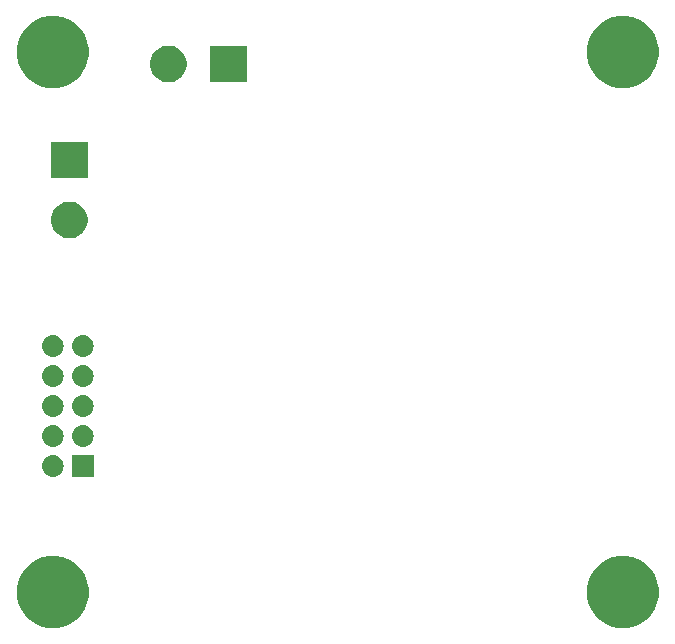
<source format=gbr>
G04 #@! TF.GenerationSoftware,KiCad,Pcbnew,5.0.2-bee76a0~70~ubuntu18.04.1*
G04 #@! TF.CreationDate,2019-05-14T19:54:41+02:00*
G04 #@! TF.ProjectId,support_board,73757070-6f72-4745-9f62-6f6172642e6b,rev?*
G04 #@! TF.SameCoordinates,Original*
G04 #@! TF.FileFunction,Soldermask,Bot*
G04 #@! TF.FilePolarity,Negative*
%FSLAX46Y46*%
G04 Gerber Fmt 4.6, Leading zero omitted, Abs format (unit mm)*
G04 Created by KiCad (PCBNEW 5.0.2-bee76a0~70~ubuntu18.04.1) date Út 14. května 2019, 19:54:41 CEST*
%MOMM*%
%LPD*%
G01*
G04 APERTURE LIST*
%ADD10C,0.100000*%
G04 APERTURE END LIST*
D10*
G36*
X172212941Y-116446248D02*
X172212943Y-116446249D01*
X172212944Y-116446249D01*
X172768190Y-116676239D01*
X172768191Y-116676240D01*
X173267902Y-117010136D01*
X173692864Y-117435098D01*
X173692866Y-117435101D01*
X174026761Y-117934810D01*
X174256751Y-118490056D01*
X174374000Y-119079503D01*
X174374000Y-119680497D01*
X174256751Y-120269944D01*
X174026761Y-120825190D01*
X174026760Y-120825191D01*
X173692864Y-121324902D01*
X173267902Y-121749864D01*
X173267899Y-121749866D01*
X172768190Y-122083761D01*
X172212944Y-122313751D01*
X172212943Y-122313751D01*
X172212941Y-122313752D01*
X171623499Y-122431000D01*
X171022501Y-122431000D01*
X170433059Y-122313752D01*
X170433057Y-122313751D01*
X170433056Y-122313751D01*
X169877810Y-122083761D01*
X169378101Y-121749866D01*
X169378098Y-121749864D01*
X168953136Y-121324902D01*
X168619240Y-120825191D01*
X168619239Y-120825190D01*
X168389249Y-120269944D01*
X168272000Y-119680497D01*
X168272000Y-119079503D01*
X168389249Y-118490056D01*
X168619239Y-117934810D01*
X168953134Y-117435101D01*
X168953136Y-117435098D01*
X169378098Y-117010136D01*
X169877809Y-116676240D01*
X169877810Y-116676239D01*
X170433056Y-116446249D01*
X170433057Y-116446249D01*
X170433059Y-116446248D01*
X171022501Y-116329000D01*
X171623499Y-116329000D01*
X172212941Y-116446248D01*
X172212941Y-116446248D01*
G37*
G36*
X123952941Y-116446248D02*
X123952943Y-116446249D01*
X123952944Y-116446249D01*
X124508190Y-116676239D01*
X124508191Y-116676240D01*
X125007902Y-117010136D01*
X125432864Y-117435098D01*
X125432866Y-117435101D01*
X125766761Y-117934810D01*
X125996751Y-118490056D01*
X126114000Y-119079503D01*
X126114000Y-119680497D01*
X125996751Y-120269944D01*
X125766761Y-120825190D01*
X125766760Y-120825191D01*
X125432864Y-121324902D01*
X125007902Y-121749864D01*
X125007899Y-121749866D01*
X124508190Y-122083761D01*
X123952944Y-122313751D01*
X123952943Y-122313751D01*
X123952941Y-122313752D01*
X123363499Y-122431000D01*
X122762501Y-122431000D01*
X122173059Y-122313752D01*
X122173057Y-122313751D01*
X122173056Y-122313751D01*
X121617810Y-122083761D01*
X121118101Y-121749866D01*
X121118098Y-121749864D01*
X120693136Y-121324902D01*
X120359240Y-120825191D01*
X120359239Y-120825190D01*
X120129249Y-120269944D01*
X120012000Y-119680497D01*
X120012000Y-119079503D01*
X120129249Y-118490056D01*
X120359239Y-117934810D01*
X120693134Y-117435101D01*
X120693136Y-117435098D01*
X121118098Y-117010136D01*
X121617809Y-116676240D01*
X121617810Y-116676239D01*
X122173056Y-116446249D01*
X122173057Y-116446249D01*
X122173059Y-116446248D01*
X122762501Y-116329000D01*
X123363499Y-116329000D01*
X123952941Y-116446248D01*
X123952941Y-116446248D01*
G37*
G36*
X123242294Y-107810633D02*
X123414694Y-107862931D01*
X123414696Y-107862932D01*
X123573583Y-107947859D01*
X123573585Y-107947860D01*
X123573584Y-107947860D01*
X123712849Y-108062151D01*
X123827140Y-108201416D01*
X123912069Y-108360306D01*
X123964367Y-108532706D01*
X123982025Y-108712000D01*
X123964367Y-108891294D01*
X123912069Y-109063694D01*
X123912068Y-109063696D01*
X123827141Y-109222583D01*
X123712849Y-109361849D01*
X123573583Y-109476141D01*
X123414696Y-109561068D01*
X123414694Y-109561069D01*
X123242294Y-109613367D01*
X123107931Y-109626600D01*
X123018069Y-109626600D01*
X122883706Y-109613367D01*
X122711306Y-109561069D01*
X122711304Y-109561068D01*
X122552417Y-109476141D01*
X122413151Y-109361849D01*
X122298859Y-109222583D01*
X122213932Y-109063696D01*
X122213931Y-109063694D01*
X122161633Y-108891294D01*
X122143975Y-108712000D01*
X122161633Y-108532706D01*
X122213931Y-108360306D01*
X122298860Y-108201416D01*
X122413151Y-108062151D01*
X122552416Y-107947860D01*
X122552415Y-107947860D01*
X122552417Y-107947859D01*
X122711304Y-107862932D01*
X122711306Y-107862931D01*
X122883706Y-107810633D01*
X123018069Y-107797400D01*
X123107931Y-107797400D01*
X123242294Y-107810633D01*
X123242294Y-107810633D01*
G37*
G36*
X126517600Y-109626600D02*
X124688400Y-109626600D01*
X124688400Y-107797400D01*
X126517600Y-107797400D01*
X126517600Y-109626600D01*
X126517600Y-109626600D01*
G37*
G36*
X125782294Y-105270633D02*
X125954694Y-105322931D01*
X125954696Y-105322932D01*
X126113583Y-105407859D01*
X126113585Y-105407860D01*
X126113584Y-105407860D01*
X126252849Y-105522151D01*
X126367140Y-105661416D01*
X126452069Y-105820306D01*
X126504367Y-105992706D01*
X126522025Y-106172000D01*
X126504367Y-106351294D01*
X126452069Y-106523694D01*
X126452068Y-106523696D01*
X126367141Y-106682583D01*
X126252849Y-106821849D01*
X126113583Y-106936141D01*
X125954696Y-107021068D01*
X125954694Y-107021069D01*
X125782294Y-107073367D01*
X125647931Y-107086600D01*
X125558069Y-107086600D01*
X125423706Y-107073367D01*
X125251306Y-107021069D01*
X125251304Y-107021068D01*
X125092417Y-106936141D01*
X124953151Y-106821849D01*
X124838859Y-106682583D01*
X124753932Y-106523696D01*
X124753931Y-106523694D01*
X124701633Y-106351294D01*
X124683975Y-106172000D01*
X124701633Y-105992706D01*
X124753931Y-105820306D01*
X124838860Y-105661416D01*
X124953151Y-105522151D01*
X125092416Y-105407860D01*
X125092415Y-105407860D01*
X125092417Y-105407859D01*
X125251304Y-105322932D01*
X125251306Y-105322931D01*
X125423706Y-105270633D01*
X125558069Y-105257400D01*
X125647931Y-105257400D01*
X125782294Y-105270633D01*
X125782294Y-105270633D01*
G37*
G36*
X123242294Y-105270633D02*
X123414694Y-105322931D01*
X123414696Y-105322932D01*
X123573583Y-105407859D01*
X123573585Y-105407860D01*
X123573584Y-105407860D01*
X123712849Y-105522151D01*
X123827140Y-105661416D01*
X123912069Y-105820306D01*
X123964367Y-105992706D01*
X123982025Y-106172000D01*
X123964367Y-106351294D01*
X123912069Y-106523694D01*
X123912068Y-106523696D01*
X123827141Y-106682583D01*
X123712849Y-106821849D01*
X123573583Y-106936141D01*
X123414696Y-107021068D01*
X123414694Y-107021069D01*
X123242294Y-107073367D01*
X123107931Y-107086600D01*
X123018069Y-107086600D01*
X122883706Y-107073367D01*
X122711306Y-107021069D01*
X122711304Y-107021068D01*
X122552417Y-106936141D01*
X122413151Y-106821849D01*
X122298859Y-106682583D01*
X122213932Y-106523696D01*
X122213931Y-106523694D01*
X122161633Y-106351294D01*
X122143975Y-106172000D01*
X122161633Y-105992706D01*
X122213931Y-105820306D01*
X122298860Y-105661416D01*
X122413151Y-105522151D01*
X122552416Y-105407860D01*
X122552415Y-105407860D01*
X122552417Y-105407859D01*
X122711304Y-105322932D01*
X122711306Y-105322931D01*
X122883706Y-105270633D01*
X123018069Y-105257400D01*
X123107931Y-105257400D01*
X123242294Y-105270633D01*
X123242294Y-105270633D01*
G37*
G36*
X125782294Y-102730633D02*
X125954694Y-102782931D01*
X125954696Y-102782932D01*
X126113583Y-102867859D01*
X126113585Y-102867860D01*
X126113584Y-102867860D01*
X126252849Y-102982151D01*
X126367140Y-103121416D01*
X126452069Y-103280306D01*
X126504367Y-103452706D01*
X126522025Y-103632000D01*
X126504367Y-103811294D01*
X126452069Y-103983694D01*
X126452068Y-103983696D01*
X126367141Y-104142583D01*
X126252849Y-104281849D01*
X126113583Y-104396141D01*
X125954696Y-104481068D01*
X125954694Y-104481069D01*
X125782294Y-104533367D01*
X125647931Y-104546600D01*
X125558069Y-104546600D01*
X125423706Y-104533367D01*
X125251306Y-104481069D01*
X125251304Y-104481068D01*
X125092417Y-104396141D01*
X124953151Y-104281849D01*
X124838859Y-104142583D01*
X124753932Y-103983696D01*
X124753931Y-103983694D01*
X124701633Y-103811294D01*
X124683975Y-103632000D01*
X124701633Y-103452706D01*
X124753931Y-103280306D01*
X124838860Y-103121416D01*
X124953151Y-102982151D01*
X125092416Y-102867860D01*
X125092415Y-102867860D01*
X125092417Y-102867859D01*
X125251304Y-102782932D01*
X125251306Y-102782931D01*
X125423706Y-102730633D01*
X125558069Y-102717400D01*
X125647931Y-102717400D01*
X125782294Y-102730633D01*
X125782294Y-102730633D01*
G37*
G36*
X123242294Y-102730633D02*
X123414694Y-102782931D01*
X123414696Y-102782932D01*
X123573583Y-102867859D01*
X123573585Y-102867860D01*
X123573584Y-102867860D01*
X123712849Y-102982151D01*
X123827140Y-103121416D01*
X123912069Y-103280306D01*
X123964367Y-103452706D01*
X123982025Y-103632000D01*
X123964367Y-103811294D01*
X123912069Y-103983694D01*
X123912068Y-103983696D01*
X123827141Y-104142583D01*
X123712849Y-104281849D01*
X123573583Y-104396141D01*
X123414696Y-104481068D01*
X123414694Y-104481069D01*
X123242294Y-104533367D01*
X123107931Y-104546600D01*
X123018069Y-104546600D01*
X122883706Y-104533367D01*
X122711306Y-104481069D01*
X122711304Y-104481068D01*
X122552417Y-104396141D01*
X122413151Y-104281849D01*
X122298859Y-104142583D01*
X122213932Y-103983696D01*
X122213931Y-103983694D01*
X122161633Y-103811294D01*
X122143975Y-103632000D01*
X122161633Y-103452706D01*
X122213931Y-103280306D01*
X122298860Y-103121416D01*
X122413151Y-102982151D01*
X122552416Y-102867860D01*
X122552415Y-102867860D01*
X122552417Y-102867859D01*
X122711304Y-102782932D01*
X122711306Y-102782931D01*
X122883706Y-102730633D01*
X123018069Y-102717400D01*
X123107931Y-102717400D01*
X123242294Y-102730633D01*
X123242294Y-102730633D01*
G37*
G36*
X125782294Y-100190633D02*
X125954694Y-100242931D01*
X125954696Y-100242932D01*
X126113583Y-100327859D01*
X126113585Y-100327860D01*
X126113584Y-100327860D01*
X126252849Y-100442151D01*
X126367140Y-100581416D01*
X126452069Y-100740306D01*
X126504367Y-100912706D01*
X126522025Y-101092000D01*
X126504367Y-101271294D01*
X126452069Y-101443694D01*
X126452068Y-101443696D01*
X126367141Y-101602583D01*
X126252849Y-101741849D01*
X126113583Y-101856141D01*
X125954696Y-101941068D01*
X125954694Y-101941069D01*
X125782294Y-101993367D01*
X125647931Y-102006600D01*
X125558069Y-102006600D01*
X125423706Y-101993367D01*
X125251306Y-101941069D01*
X125251304Y-101941068D01*
X125092417Y-101856141D01*
X124953151Y-101741849D01*
X124838859Y-101602583D01*
X124753932Y-101443696D01*
X124753931Y-101443694D01*
X124701633Y-101271294D01*
X124683975Y-101092000D01*
X124701633Y-100912706D01*
X124753931Y-100740306D01*
X124838860Y-100581416D01*
X124953151Y-100442151D01*
X125092416Y-100327860D01*
X125092415Y-100327860D01*
X125092417Y-100327859D01*
X125251304Y-100242932D01*
X125251306Y-100242931D01*
X125423706Y-100190633D01*
X125558069Y-100177400D01*
X125647931Y-100177400D01*
X125782294Y-100190633D01*
X125782294Y-100190633D01*
G37*
G36*
X123242294Y-100190633D02*
X123414694Y-100242931D01*
X123414696Y-100242932D01*
X123573583Y-100327859D01*
X123573585Y-100327860D01*
X123573584Y-100327860D01*
X123712849Y-100442151D01*
X123827140Y-100581416D01*
X123912069Y-100740306D01*
X123964367Y-100912706D01*
X123982025Y-101092000D01*
X123964367Y-101271294D01*
X123912069Y-101443694D01*
X123912068Y-101443696D01*
X123827141Y-101602583D01*
X123712849Y-101741849D01*
X123573583Y-101856141D01*
X123414696Y-101941068D01*
X123414694Y-101941069D01*
X123242294Y-101993367D01*
X123107931Y-102006600D01*
X123018069Y-102006600D01*
X122883706Y-101993367D01*
X122711306Y-101941069D01*
X122711304Y-101941068D01*
X122552417Y-101856141D01*
X122413151Y-101741849D01*
X122298859Y-101602583D01*
X122213932Y-101443696D01*
X122213931Y-101443694D01*
X122161633Y-101271294D01*
X122143975Y-101092000D01*
X122161633Y-100912706D01*
X122213931Y-100740306D01*
X122298860Y-100581416D01*
X122413151Y-100442151D01*
X122552416Y-100327860D01*
X122552415Y-100327860D01*
X122552417Y-100327859D01*
X122711304Y-100242932D01*
X122711306Y-100242931D01*
X122883706Y-100190633D01*
X123018069Y-100177400D01*
X123107931Y-100177400D01*
X123242294Y-100190633D01*
X123242294Y-100190633D01*
G37*
G36*
X123242294Y-97650633D02*
X123414694Y-97702931D01*
X123414696Y-97702932D01*
X123573583Y-97787859D01*
X123573585Y-97787860D01*
X123573584Y-97787860D01*
X123712849Y-97902151D01*
X123827140Y-98041416D01*
X123912069Y-98200306D01*
X123964367Y-98372706D01*
X123982025Y-98552000D01*
X123964367Y-98731294D01*
X123912069Y-98903694D01*
X123912068Y-98903696D01*
X123827141Y-99062583D01*
X123712849Y-99201849D01*
X123573583Y-99316141D01*
X123414696Y-99401068D01*
X123414694Y-99401069D01*
X123242294Y-99453367D01*
X123107931Y-99466600D01*
X123018069Y-99466600D01*
X122883706Y-99453367D01*
X122711306Y-99401069D01*
X122711304Y-99401068D01*
X122552417Y-99316141D01*
X122413151Y-99201849D01*
X122298859Y-99062583D01*
X122213932Y-98903696D01*
X122213931Y-98903694D01*
X122161633Y-98731294D01*
X122143975Y-98552000D01*
X122161633Y-98372706D01*
X122213931Y-98200306D01*
X122298860Y-98041416D01*
X122413151Y-97902151D01*
X122552416Y-97787860D01*
X122552415Y-97787860D01*
X122552417Y-97787859D01*
X122711304Y-97702932D01*
X122711306Y-97702931D01*
X122883706Y-97650633D01*
X123018069Y-97637400D01*
X123107931Y-97637400D01*
X123242294Y-97650633D01*
X123242294Y-97650633D01*
G37*
G36*
X125782294Y-97650633D02*
X125954694Y-97702931D01*
X125954696Y-97702932D01*
X126113583Y-97787859D01*
X126113585Y-97787860D01*
X126113584Y-97787860D01*
X126252849Y-97902151D01*
X126367140Y-98041416D01*
X126452069Y-98200306D01*
X126504367Y-98372706D01*
X126522025Y-98552000D01*
X126504367Y-98731294D01*
X126452069Y-98903694D01*
X126452068Y-98903696D01*
X126367141Y-99062583D01*
X126252849Y-99201849D01*
X126113583Y-99316141D01*
X125954696Y-99401068D01*
X125954694Y-99401069D01*
X125782294Y-99453367D01*
X125647931Y-99466600D01*
X125558069Y-99466600D01*
X125423706Y-99453367D01*
X125251306Y-99401069D01*
X125251304Y-99401068D01*
X125092417Y-99316141D01*
X124953151Y-99201849D01*
X124838859Y-99062583D01*
X124753932Y-98903696D01*
X124753931Y-98903694D01*
X124701633Y-98731294D01*
X124683975Y-98552000D01*
X124701633Y-98372706D01*
X124753931Y-98200306D01*
X124838860Y-98041416D01*
X124953151Y-97902151D01*
X125092416Y-97787860D01*
X125092415Y-97787860D01*
X125092417Y-97787859D01*
X125251304Y-97702932D01*
X125251306Y-97702931D01*
X125423706Y-97650633D01*
X125558069Y-97637400D01*
X125647931Y-97637400D01*
X125782294Y-97650633D01*
X125782294Y-97650633D01*
G37*
G36*
X124812527Y-86372736D02*
X124912410Y-86392604D01*
X125194674Y-86509521D01*
X125448705Y-86679259D01*
X125664741Y-86895295D01*
X125834479Y-87149326D01*
X125951396Y-87431590D01*
X126011000Y-87731240D01*
X126011000Y-88036760D01*
X125951396Y-88336410D01*
X125834479Y-88618674D01*
X125664741Y-88872705D01*
X125448705Y-89088741D01*
X125194674Y-89258479D01*
X124912410Y-89375396D01*
X124812527Y-89395264D01*
X124612762Y-89435000D01*
X124307238Y-89435000D01*
X124107473Y-89395264D01*
X124007590Y-89375396D01*
X123725326Y-89258479D01*
X123471295Y-89088741D01*
X123255259Y-88872705D01*
X123085521Y-88618674D01*
X122968604Y-88336410D01*
X122909000Y-88036760D01*
X122909000Y-87731240D01*
X122968604Y-87431590D01*
X123085521Y-87149326D01*
X123255259Y-86895295D01*
X123471295Y-86679259D01*
X123725326Y-86509521D01*
X124007590Y-86392604D01*
X124107473Y-86372736D01*
X124307238Y-86333000D01*
X124612762Y-86333000D01*
X124812527Y-86372736D01*
X124812527Y-86372736D01*
G37*
G36*
X126011000Y-84355000D02*
X122909000Y-84355000D01*
X122909000Y-81253000D01*
X126011000Y-81253000D01*
X126011000Y-84355000D01*
X126011000Y-84355000D01*
G37*
G36*
X123952941Y-70726248D02*
X123952943Y-70726249D01*
X123952944Y-70726249D01*
X124508190Y-70956239D01*
X124508191Y-70956240D01*
X125007902Y-71290136D01*
X125432864Y-71715098D01*
X125432866Y-71715101D01*
X125766761Y-72214810D01*
X125996751Y-72770056D01*
X125996752Y-72770059D01*
X126114000Y-73359501D01*
X126114000Y-73960499D01*
X126002064Y-74523238D01*
X125996751Y-74549944D01*
X125766761Y-75105190D01*
X125751246Y-75128410D01*
X125432864Y-75604902D01*
X125007902Y-76029864D01*
X125007899Y-76029866D01*
X124508190Y-76363761D01*
X123952944Y-76593751D01*
X123952943Y-76593751D01*
X123952941Y-76593752D01*
X123363499Y-76711000D01*
X122762501Y-76711000D01*
X122173059Y-76593752D01*
X122173057Y-76593751D01*
X122173056Y-76593751D01*
X121617810Y-76363761D01*
X121118101Y-76029866D01*
X121118098Y-76029864D01*
X120693136Y-75604902D01*
X120374754Y-75128410D01*
X120359239Y-75105190D01*
X120129249Y-74549944D01*
X120123937Y-74523238D01*
X120012000Y-73960499D01*
X120012000Y-73359501D01*
X120129248Y-72770059D01*
X120129249Y-72770056D01*
X120359239Y-72214810D01*
X120693134Y-71715101D01*
X120693136Y-71715098D01*
X121118098Y-71290136D01*
X121617809Y-70956240D01*
X121617810Y-70956239D01*
X122173056Y-70726249D01*
X122173057Y-70726249D01*
X122173059Y-70726248D01*
X122762501Y-70609000D01*
X123363499Y-70609000D01*
X123952941Y-70726248D01*
X123952941Y-70726248D01*
G37*
G36*
X172212941Y-70726248D02*
X172212943Y-70726249D01*
X172212944Y-70726249D01*
X172768190Y-70956239D01*
X172768191Y-70956240D01*
X173267902Y-71290136D01*
X173692864Y-71715098D01*
X173692866Y-71715101D01*
X174026761Y-72214810D01*
X174256751Y-72770056D01*
X174256752Y-72770059D01*
X174374000Y-73359501D01*
X174374000Y-73960499D01*
X174262064Y-74523238D01*
X174256751Y-74549944D01*
X174026761Y-75105190D01*
X174011246Y-75128410D01*
X173692864Y-75604902D01*
X173267902Y-76029864D01*
X173267899Y-76029866D01*
X172768190Y-76363761D01*
X172212944Y-76593751D01*
X172212943Y-76593751D01*
X172212941Y-76593752D01*
X171623499Y-76711000D01*
X171022501Y-76711000D01*
X170433059Y-76593752D01*
X170433057Y-76593751D01*
X170433056Y-76593751D01*
X169877810Y-76363761D01*
X169378101Y-76029866D01*
X169378098Y-76029864D01*
X168953136Y-75604902D01*
X168634754Y-75128410D01*
X168619239Y-75105190D01*
X168389249Y-74549944D01*
X168383937Y-74523238D01*
X168272000Y-73960499D01*
X168272000Y-73359501D01*
X168389248Y-72770059D01*
X168389249Y-72770056D01*
X168619239Y-72214810D01*
X168953134Y-71715101D01*
X168953136Y-71715098D01*
X169378098Y-71290136D01*
X169877809Y-70956240D01*
X169877810Y-70956239D01*
X170433056Y-70726249D01*
X170433057Y-70726249D01*
X170433059Y-70726248D01*
X171022501Y-70609000D01*
X171623499Y-70609000D01*
X172212941Y-70726248D01*
X172212941Y-70726248D01*
G37*
G36*
X133194527Y-73164736D02*
X133294410Y-73184604D01*
X133576674Y-73301521D01*
X133830705Y-73471259D01*
X134046741Y-73687295D01*
X134216479Y-73941326D01*
X134333396Y-74223590D01*
X134393000Y-74523240D01*
X134393000Y-74828760D01*
X134333396Y-75128410D01*
X134216479Y-75410674D01*
X134046741Y-75664705D01*
X133830705Y-75880741D01*
X133576674Y-76050479D01*
X133294410Y-76167396D01*
X133194527Y-76187264D01*
X132994762Y-76227000D01*
X132689238Y-76227000D01*
X132489473Y-76187264D01*
X132389590Y-76167396D01*
X132107326Y-76050479D01*
X131853295Y-75880741D01*
X131637259Y-75664705D01*
X131467521Y-75410674D01*
X131350604Y-75128410D01*
X131291000Y-74828760D01*
X131291000Y-74523240D01*
X131350604Y-74223590D01*
X131467521Y-73941326D01*
X131637259Y-73687295D01*
X131853295Y-73471259D01*
X132107326Y-73301521D01*
X132389590Y-73184604D01*
X132489473Y-73164736D01*
X132689238Y-73125000D01*
X132994762Y-73125000D01*
X133194527Y-73164736D01*
X133194527Y-73164736D01*
G37*
G36*
X139473000Y-76227000D02*
X136371000Y-76227000D01*
X136371000Y-73125000D01*
X139473000Y-73125000D01*
X139473000Y-76227000D01*
X139473000Y-76227000D01*
G37*
M02*

</source>
